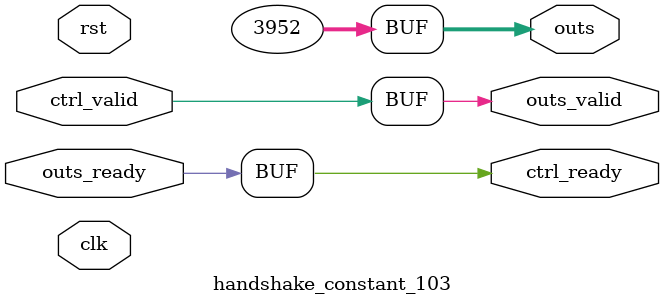
<source format=v>
`timescale 1ns / 1ps
module handshake_constant_103 #(
  parameter DATA_WIDTH = 32  // Default set to 32 bits
) (
  input                       clk,
  input                       rst,
  // Input Channel
  input                       ctrl_valid,
  output                      ctrl_ready,
  // Output Channel
  output [DATA_WIDTH - 1 : 0] outs,
  output                      outs_valid,
  input                       outs_ready
);
  assign outs       = 12'b111101110000;
  assign outs_valid = ctrl_valid;
  assign ctrl_ready = outs_ready;

endmodule

</source>
